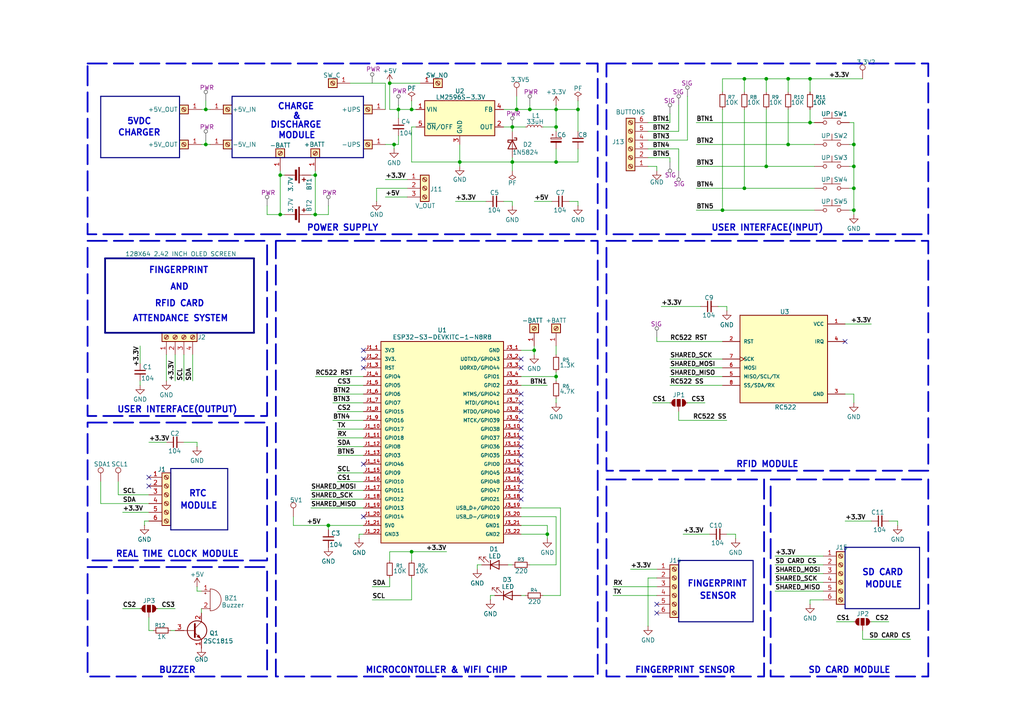
<source format=kicad_sch>
(kicad_sch (version 20250114) (generator "eeschema") (generator_version "9.0")
  (paper "A4")
  (text "SENSOR" (at 208.28 172.974 0) (effects (font (size 1.778 1.778) (thickness 0.3556) (bold yes))))
  (text "&" (at 86.106 33.782 0) (effects (font (size 1.778 1.778) (thickness 0.3556) (bold yes))))
  (text "CHARGE" (at 85.852 30.988 0) (effects (font (size 1.778 1.778) (thickness 0.3556) (bold yes))))
  (text "5VDC" (at 40.386 35.306 0) (effects (font (size 1.778 1.778) (thickness 0.3556) (bold yes))))
  (text "MODULE" (at 86.106 39.37 0) (effects (font (size 1.778 1.778) (thickness 0.3556) (bold yes))))
  (text "FINGERPRINT" (at 208.026 169.418 0) (effects (font (size 1.778 1.778) (thickness 0.3556) (bold yes))))
  (text "AND" (at 52.07 83.312 0) (effects (font (size 1.778 1.778) (thickness 0.3556) (bold yes))))
  (text "ATTENDANCE SYSTEM" (at 52.324 92.456 0) (effects (font (size 1.778 1.778) (thickness 0.3556) (bold yes))))
  (text "SD CARD" (at 256.032 166.116 0) (effects (font (size 1.778 1.778) (thickness 0.3556) (bold yes))))
  (text "FINGERPRINT" (at 51.816 78.486 0) (effects (font (size 1.778 1.778) (thickness 0.3556) (bold yes))))
  (text "CHARGER" (at 40.386 38.608 0) (effects (font (size 1.778 1.778) (thickness 0.3556) (bold yes))))
  (text "RTC" (at 57.404 143.256 0) (effects (font (size 1.778 1.778) (thickness 0.3556) (bold yes))))
  (text "DISCHARGE" (at 85.852 36.322 0) (effects (font (size 1.778 1.778) (thickness 0.3556) (bold yes))))
  (text "MODULE" (at 57.658 146.812 0) (effects (font (size 1.778 1.778) (thickness 0.3556) (bold yes))))
  (text "MODULE" (at 256.286 169.672 0) (effects (font (size 1.778 1.778) (thickness 0.3556) (bold yes))))
  (text "RFID CARD" (at 52.07 88.138 0) (effects (font (size 1.778 1.778) (thickness 0.3556) (bold yes))))
  (text_box "BUZZER" (at 25.4 164.465 0) (size 52.07 31.75) (margins 0.9525 0.9525 0.9525 0.9525) (stroke (width 0.508) (type dash)) (effects (font (size 1.778 1.778) (thickness 0.3556) (bold yes)) (justify bottom)))
  (text_box "USER INTERFACE(OUTPUT)" (at 25.4 69.85 0) (size 52.07 50.8) (margins 0.9525 0.9525 0.9525 0.9525) (stroke (width 0.508) (type dash)) (effects (font (size 1.778 1.778) (thickness 0.3556) (bold yes)) (justify bottom)))
  (text_box "SD CARD MODULE" (at 223.52 139.065 0) (size 45.72 57.15) (margins 0.9525 0.9525 0.9525 0.9525) (stroke (width 0.508) (type dash)) (effects (font (size 1.778 1.778) (thickness 0.3556) (bold yes)) (justify bottom)))
  (text_box "POWER SUPPLY" (at 25.4 18.415 0) (size 147.955 49.53) (margins 0.9525 0.9525 0.9525 0.9525) (stroke (width 0.508) (type dash)) (effects (font (size 1.778 1.778) (thickness 0.3556) (bold yes)) (justify bottom)))
  (text_box "FINGERPRINT SENSOR" (at 175.895 139.065 0) (size 45.72 57.15) (margins 0.9525 0.9525 0.9525 0.9525) (stroke (width 0.508) (type dash)) (effects (font (size 1.778 1.778) (thickness 0.3556) (bold yes)) (justify bottom)))
  (text_box "RFID MODULE" (at 175.895 69.85 0) (size 93.345 66.675) (margins 0.9525 0.9525 0.9525 0.9525) (stroke (width 0.508) (type dash)) (effects (font (size 1.778 1.778) (thickness 0.3556) (bold yes)) (justify bottom)))
  (text_box "REAL TIME CLOCK MODULE" (at 25.4 122.555 0) (size 52.07 40.005) (margins 0.9525 0.9525 0.9525 0.9525) (stroke (width 0.508) (type dash)) (effects (font (size 1.778 1.778) (thickness 0.3556) (bold yes)) (justify bottom)))
  (text_box "USER INTERFACE(INPUT)" (at 175.895 18.415 0) (size 93.345 49.53) (margins 0.9525 0.9525 0.9525 0.9525) (stroke (width 0.508) (type dash)) (effects (font (size 1.778 1.778) (thickness 0.3556) (bold yes)) (justify bottom)))
  (text_box "MICROCONTOLLER & WIFI CHIP" (at 80.01 69.85 0) (size 93.345 126.365) (margins 0.9525 0.9525 0.9525 0.9525) (stroke (width 0.508) (type dash)) (effects (font (size 1.778 1.778) (thickness 0.3556) (bold yes)) (justify bottom)))
  (junction (at 149.86 31.75))
  (junction (at 209.55 60.96))
  (junction (at 228.6 22.86))
  (junction (at 59.69 31.75))
  (junction (at 148.59 36.83))
  (junction (at 119.38 160.02))
  (junction (at 91.44 50.8))
  (junction (at 222.25 22.86))
  (junction (at 115.57 31.75))
  (junction (at 113.03 24.13))
  (junction (at 247.65 41.91))
  (junction (at 167.64 31.75))
  (junction (at 161.29 109.22))
  (junction (at 148.59 46.99))
  (junction (at 59.69 41.91))
  (junction (at 154.94 101.6))
  (junction (at 153.67 31.75))
  (junction (at 95.25 152.4))
  (junction (at 215.9 54.61))
  (junction (at 133.35 46.99))
  (junction (at 114.3 41.91))
  (junction (at 215.9 22.86))
  (junction (at 161.29 36.83))
  (junction (at 81.28 50.8))
  (junction (at 161.29 31.75))
  (junction (at 247.65 48.26))
  (junction (at 81.28 62.23))
  (junction (at 247.65 54.61))
  (junction (at 158.75 154.94))
  (junction (at 222.25 48.26))
  (junction (at 234.95 35.56))
  (junction (at 234.95 22.86))
  (junction (at 161.29 46.99))
  (junction (at 228.6 41.91))
  (junction (at 91.44 62.23))
  (junction (at 119.38 31.75))
  (junction (at 247.65 60.96))
  (no_connect (at 105.41 101.6))
  (no_connect (at 151.13 119.38))
  (no_connect (at 151.13 139.7))
  (no_connect (at 151.13 132.08))
  (no_connect (at 105.41 134.62))
  (no_connect (at 151.13 124.46))
  (no_connect (at 43.18 140.97))
  (no_connect (at 151.13 142.24))
  (no_connect (at 151.13 104.14))
  (no_connect (at 151.13 134.62))
  (no_connect (at 151.13 144.78))
  (no_connect (at 105.41 106.68))
  (no_connect (at 151.13 106.68))
  (no_connect (at 43.18 138.43))
  (no_connect (at 151.13 121.92))
  (no_connect (at 105.41 104.14))
  (no_connect (at 151.13 129.54))
  (no_connect (at 151.13 116.84))
  (no_connect (at 190.5 175.26))
  (no_connect (at 190.5 177.8))
  (no_connect (at 151.13 114.3))
  (no_connect (at 245.11 99.06))
  (no_connect (at 105.41 149.86))
  (no_connect (at 151.13 137.16))
  (no_connect (at 151.13 127))
  (wire (pts (xy 59.69 40.64) (xy 59.69 41.91)))
  (wire (pts (xy 210.82 154.94) (xy 213.36 154.94)))
  (wire (pts (xy 194.31 111.76) (xy 209.55 111.76)))
  (wire (pts (xy 190.5 48.26) (xy 190.5 49.53)))
  (wire (pts (xy 85.09 152.4) (xy 95.25 152.4)))
  (wire (pts (xy 247.65 62.23) (xy 247.65 60.96)))
  (wire (pts (xy 146.05 31.75) (xy 149.86 31.75)))
  (bus (pts (xy 49.53 153.67) (xy 66.04 153.67)))
  (wire (pts (xy 247.65 116.84) (xy 247.65 114.3)))
  (wire (pts (xy 194.31 106.68) (xy 209.55 106.68)))
  (wire (pts (xy 81.28 49.53) (xy 81.28 50.8)))
  (wire (pts (xy 194.31 45.72) (xy 194.31 46.99)))
  (wire (pts (xy 187.96 167.64) (xy 190.5 167.64)))
  (bus (pts (xy 245.11 158.75) (xy 266.7 158.75)))
  (wire (pts (xy 196.85 119.38) (xy 196.85 121.92)))
  (wire (pts (xy 109.22 54.61) (xy 118.11 54.61)))
  (wire (pts (xy 187.96 43.18) (xy 196.85 43.18)))
  (wire (pts (xy 177.8 172.72) (xy 190.5 172.72)))
  (wire (pts (xy 191.77 88.9) (xy 203.2 88.9)))
  (wire (pts (xy 264.16 185.42) (xy 250.19 185.42)))
  (wire (pts (xy 97.79 139.7) (xy 105.41 139.7)))
  (wire (pts (xy 177.8 170.18) (xy 190.5 170.18)))
  (wire (pts (xy 224.79 163.83) (xy 238.76 163.83)))
  (wire (pts (xy 58.42 176.53) (xy 58.42 177.8)))
  (wire (pts (xy 222.25 48.26) (xy 236.22 48.26)))
  (wire (pts (xy 91.44 49.53) (xy 91.44 50.8)))
  (wire (pts (xy 97.79 137.16) (xy 105.41 137.16)))
  (bus (pts (xy 30.48 74.93) (xy 73.66 74.93)) (stroke (width 0.508)))
  (wire (pts (xy 34.29 143.51) (xy 43.18 143.51)))
  (wire (pts (xy 97.79 124.46) (xy 105.41 124.46)))
  (bus (pts (xy 196.85 162.56) (xy 196.85 180.34)))
  (wire (pts (xy 119.38 160.02) (xy 129.54 160.02)))
  (wire (pts (xy 182.88 165.1) (xy 190.5 165.1)))
  (wire (pts (xy 43.18 179.07) (xy 43.18 182.88)))
  (wire (pts (xy 210.82 88.9) (xy 210.82 90.17)))
  (wire (pts (xy 57.15 171.45) (xy 58.42 171.45)))
  (wire (pts (xy 247.65 48.26) (xy 247.65 54.61)))
  (wire (pts (xy 119.38 46.99) (xy 133.35 46.99)))
  (wire (pts (xy 245.11 151.13) (xy 252.73 151.13)))
  (bus (pts (xy 196.85 162.56) (xy 218.44 162.56)))
  (wire (pts (xy 111.76 57.15) (xy 118.11 57.15)))
  (wire (pts (xy 107.95 173.99) (xy 119.38 173.99)))
  (bus (pts (xy 73.66 96.52) (xy 30.48 96.52)) (stroke (width 0.508)))
  (wire (pts (xy 113.03 160.02) (xy 119.38 160.02)))
  (wire (pts (xy 59.69 31.75) (xy 60.96 31.75)))
  (wire (pts (xy 196.85 30.48) (xy 196.85 38.1)))
  (wire (pts (xy 81.28 62.23) (xy 82.55 62.23)))
  (wire (pts (xy 149.86 31.75) (xy 153.67 31.75)))
  (wire (pts (xy 115.57 31.75) (xy 115.57 34.29)))
  (bus (pts (xy 30.48 74.93) (xy 30.48 96.52)) (stroke (width 0.508)))
  (wire (pts (xy 119.38 31.75) (xy 120.65 31.75)))
  (wire (pts (xy 187.96 48.26) (xy 190.5 48.26)))
  (wire (pts (xy 148.59 46.99) (xy 161.29 46.99)))
  (wire (pts (xy 228.6 22.86) (xy 234.95 22.86)))
  (wire (pts (xy 201.93 54.61) (xy 215.9 54.61)))
  (wire (pts (xy 189.23 116.84) (xy 194.31 116.84)))
  (wire (pts (xy 222.25 31.75) (xy 222.25 48.26)))
  (wire (pts (xy 213.36 154.94) (xy 213.36 156.21)))
  (wire (pts (xy 151.13 101.6) (xy 154.94 101.6)))
  (wire (pts (xy 115.57 39.37) (xy 115.57 41.91)))
  (wire (pts (xy 34.29 139.7) (xy 34.29 143.51)))
  (wire (pts (xy 158.75 154.94) (xy 158.75 152.4)))
  (wire (pts (xy 209.55 22.86) (xy 215.9 22.86)))
  (wire (pts (xy 29.21 146.05) (xy 43.18 146.05)))
  (wire (pts (xy 96.52 121.92) (xy 105.41 121.92)))
  (bus (pts (xy 105.41 45.72) (xy 67.31 45.72)))
  (wire (pts (xy 148.59 36.83) (xy 152.4 36.83)))
  (wire (pts (xy 115.57 30.48) (xy 115.57 31.75)))
  (wire (pts (xy 157.48 172.72) (xy 162.56 172.72)))
  (wire (pts (xy 40.64 110.49) (xy 40.64 111.76)))
  (bus (pts (xy 29.21 27.94) (xy 29.21 45.72)))
  (wire (pts (xy 104.14 154.94) (xy 105.41 154.94)))
  (wire (pts (xy 247.65 54.61) (xy 247.65 60.96)))
  (wire (pts (xy 48.26 102.87) (xy 48.26 110.49)))
  (wire (pts (xy 41.91 152.4) (xy 41.91 151.13)))
  (wire (pts (xy 95.25 153.67) (xy 95.25 152.4)))
  (wire (pts (xy 224.79 168.91) (xy 238.76 168.91)))
  (wire (pts (xy 246.38 48.26) (xy 247.65 48.26)))
  (bus (pts (xy 66.04 135.89) (xy 66.04 153.67)))
  (wire (pts (xy 111.76 52.07) (xy 118.11 52.07)))
  (wire (pts (xy 35.56 176.53) (xy 40.64 176.53)))
  (bus (pts (xy 49.53 135.89) (xy 66.04 135.89)))
  (wire (pts (xy 97.79 129.54) (xy 105.41 129.54)))
  (wire (pts (xy 228.6 22.86) (xy 228.6 26.67)))
  (wire (pts (xy 234.95 175.26) (xy 234.95 173.99)))
  (wire (pts (xy 246.38 41.91) (xy 247.65 41.91)))
  (wire (pts (xy 161.29 115.57) (xy 161.29 116.84)))
  (wire (pts (xy 142.24 173.99) (xy 142.24 172.72)))
  (wire (pts (xy 146.05 36.83) (xy 148.59 36.83)))
  (wire (pts (xy 151.13 111.76) (xy 158.75 111.76)))
  (wire (pts (xy 161.29 30.48) (xy 161.29 31.75)))
  (wire (pts (xy 209.55 31.75) (xy 209.55 60.96)))
  (wire (pts (xy 247.65 35.56) (xy 247.65 41.91)))
  (wire (pts (xy 96.52 114.3) (xy 105.41 114.3)))
  (wire (pts (xy 50.8 102.87) (xy 50.8 110.49)))
  (wire (pts (xy 148.59 46.99) (xy 148.59 45.72)))
  (wire (pts (xy 57.15 170.18) (xy 57.15 171.45)))
  (wire (pts (xy 162.56 147.32) (xy 151.13 147.32)))
  (wire (pts (xy 224.79 171.45) (xy 238.76 171.45)))
  (wire (pts (xy 210.82 121.92) (xy 196.85 121.92)))
  (bus (pts (xy 245.11 158.75) (xy 245.11 176.53)))
  (wire (pts (xy 57.15 129.54) (xy 57.15 128.27)))
  (wire (pts (xy 90.17 142.24) (xy 105.41 142.24)))
  (wire (pts (xy 97.79 132.08) (xy 105.41 132.08)))
  (wire (pts (xy 153.67 30.48) (xy 153.67 31.75)))
  (wire (pts (xy 215.9 31.75) (xy 215.9 54.61)))
  (wire (pts (xy 77.47 62.23) (xy 81.28 62.23)))
  (wire (pts (xy 209.55 26.67) (xy 209.55 22.86)))
  (wire (pts (xy 151.13 154.94) (xy 158.75 154.94)))
  (wire (pts (xy 234.95 22.86) (xy 234.95 26.67)))
  (wire (pts (xy 111.76 41.91) (xy 114.3 41.91)))
  (wire (pts (xy 247.65 41.91) (xy 247.65 48.26)))
  (wire (pts (xy 162.56 172.72) (xy 162.56 147.32)))
  (wire (pts (xy 167.64 38.1) (xy 167.64 31.75)))
  (wire (pts (xy 107.95 170.18) (xy 113.03 170.18)))
  (bus (pts (xy 218.44 162.56) (xy 218.44 180.34)))
  (wire (pts (xy 161.29 31.75) (xy 161.29 36.83)))
  (wire (pts (xy 90.17 62.23) (xy 91.44 62.23)))
  (wire (pts (xy 198.12 154.94) (xy 205.74 154.94)))
  (wire (pts (xy 133.35 46.99) (xy 133.35 48.26)))
  (wire (pts (xy 138.43 163.83) (xy 139.7 163.83)))
  (wire (pts (xy 97.79 111.76) (xy 105.41 111.76)))
  (wire (pts (xy 59.69 41.91) (xy 60.96 41.91)))
  (wire (pts (xy 115.57 31.75) (xy 119.38 31.75)))
  (wire (pts (xy 81.28 50.8) (xy 81.28 62.23)))
  (wire (pts (xy 152.4 172.72) (xy 151.13 172.72)))
  (wire (pts (xy 154.94 58.42) (xy 160.02 58.42)))
  (wire (pts (xy 148.59 163.83) (xy 147.32 163.83)))
  (wire (pts (xy 222.25 22.86) (xy 222.25 26.67)))
  (wire (pts (xy 187.96 38.1) (xy 196.85 38.1)))
  (wire (pts (xy 113.03 31.75) (xy 115.57 31.75)))
  (wire (pts (xy 41.91 151.13) (xy 43.18 151.13)))
  (bus (pts (xy 67.31 27.94) (xy 105.41 27.94)))
  (wire (pts (xy 228.6 31.75) (xy 228.6 41.91)))
  (wire (pts (xy 165.1 58.42) (xy 167.64 58.42)))
  (wire (pts (xy 82.55 50.8) (xy 81.28 50.8)))
  (wire (pts (xy 55.88 102.87) (xy 55.88 110.49)))
  (wire (pts (xy 104.14 156.21) (xy 104.14 154.94)))
  (wire (pts (xy 161.29 109.22) (xy 161.29 107.95)))
  (wire (pts (xy 115.57 41.91) (xy 114.3 41.91)))
  (wire (pts (xy 201.93 60.96) (xy 209.55 60.96)))
  (wire (pts (xy 151.13 109.22) (xy 161.29 109.22)))
  (bus (pts (xy 29.21 27.94) (xy 52.07 27.94)))
  (wire (pts (xy 97.79 119.38) (xy 105.41 119.38)))
  (wire (pts (xy 153.67 163.83) (xy 161.29 163.83)))
  (wire (pts (xy 97.79 127) (xy 105.41 127)))
  (bus (pts (xy 67.31 27.94) (xy 67.31 45.72)))
  (wire (pts (xy 113.03 162.56) (xy 113.03 160.02)))
  (bus (pts (xy 266.7 176.53) (xy 245.11 176.53)))
  (wire (pts (xy 228.6 41.91) (xy 236.22 41.91)))
  (wire (pts (xy 215.9 22.86) (xy 215.9 26.67)))
  (wire (pts (xy 57.15 128.27) (xy 53.34 128.27)))
  (wire (pts (xy 199.39 27.94) (xy 199.39 40.64)))
  (wire (pts (xy 90.17 144.78) (xy 105.41 144.78)))
  (wire (pts (xy 245.11 93.98) (xy 252.73 93.98)))
  (wire (pts (xy 250.19 182.88) (xy 250.19 185.42)))
  (wire (pts (xy 187.96 181.61) (xy 187.96 167.64)))
  (wire (pts (xy 257.81 151.13) (xy 260.35 151.13)))
  (wire (pts (xy 234.95 22.86) (xy 250.19 22.86)))
  (wire (pts (xy 187.96 45.72) (xy 194.31 45.72)))
  (wire (pts (xy 242.57 180.34) (xy 247.65 180.34)))
  (wire (pts (xy 113.03 167.64) (xy 113.03 170.18)))
  (wire (pts (xy 96.52 116.84) (xy 105.41 116.84)))
  (wire (pts (xy 119.38 36.83) (xy 120.65 36.83)))
  (wire (pts (xy 247.65 60.96) (xy 246.38 60.96)))
  (wire (pts (xy 119.38 167.64) (xy 119.38 173.99)))
  (wire (pts (xy 201.93 35.56) (xy 234.95 35.56)))
  (wire (pts (xy 153.67 31.75) (xy 161.29 31.75)))
  (wire (pts (xy 201.93 41.91) (xy 228.6 41.91)))
  (wire (pts (xy 246.38 35.56) (xy 247.65 35.56)))
  (wire (pts (xy 161.29 109.22) (xy 161.29 110.49)))
  (wire (pts (xy 85.09 149.86) (xy 85.09 152.4)))
  (wire (pts (xy 40.64 100.33) (xy 40.64 105.41)))
  (wire (pts (xy 58.42 31.75) (xy 59.69 31.75)))
  (wire (pts (xy 114.3 41.91) (xy 114.3 43.18)))
  (wire (pts (xy 132.08 58.42) (xy 140.97 58.42)))
  (wire (pts (xy 148.59 36.83) (xy 148.59 38.1)))
  (wire (pts (xy 111.76 24.13) (xy 111.76 31.75)))
  (wire (pts (xy 161.29 100.33) (xy 161.29 102.87)))
  (wire (pts (xy 234.95 35.56) (xy 236.22 35.56)))
  (bus (pts (xy 266.7 158.75) (xy 266.7 176.53)))
  (wire (pts (xy 187.96 35.56) (xy 194.31 35.56)))
  (wire (pts (xy 43.18 182.88) (xy 44.45 182.88)))
  (wire (pts (xy 208.28 88.9) (xy 210.82 88.9)))
  (wire (pts (xy 215.9 54.61) (xy 236.22 54.61)))
  (wire (pts (xy 146.05 58.42) (xy 148.59 58.42)))
  (wire (pts (xy 224.79 161.29) (xy 238.76 161.29)))
  (wire (pts (xy 234.95 173.99) (xy 238.76 173.99)))
  (wire (pts (xy 247.65 114.3) (xy 245.11 114.3)))
  (wire (pts (xy 58.42 41.91) (xy 59.69 41.91)))
  (wire (pts (xy 167.64 58.42) (xy 167.64 59.69)))
  (wire (pts (xy 91.44 50.8) (xy 91.44 62.23)))
  (wire (pts (xy 161.29 149.86) (xy 151.13 149.86)))
  (wire (pts (xy 101.6 24.13) (xy 111.76 24.13)))
  (wire (pts (xy 190.5 99.06) (xy 209.55 99.06)))
  (wire (pts (xy 154.94 102.87) (xy 154.94 101.6)))
  (wire (pts (xy 109.22 54.61) (xy 109.22 58.42)))
  (wire (pts (xy 148.59 46.99) (xy 148.59 49.53)))
  (wire (pts (xy 161.29 163.83) (xy 161.29 149.86)))
  (wire (pts (xy 59.69 29.21) (xy 59.69 31.75)))
  (wire (pts (xy 199.39 116.84) (xy 204.47 116.84)))
  (wire (pts (xy 90.17 50.8) (xy 91.44 50.8)))
  (bus (pts (xy 52.07 27.94) (xy 52.07 45.72)))
  (wire (pts (xy 95.25 59.69) (xy 95.25 62.23)))
  (wire (pts (xy 77.47 59.69) (xy 77.47 62.23)))
  (wire (pts (xy 35.56 148.59) (xy 43.18 148.59)))
  (wire (pts (xy 224.79 166.37) (xy 238.76 166.37)))
  (wire (pts (xy 91.44 109.22) (xy 105.41 109.22)))
  (bus (pts (xy 49.53 135.89) (xy 49.53 153.67)))
  (wire (pts (xy 29.21 139.7) (xy 29.21 146.05)))
  (wire (pts (xy 149.86 27.94) (xy 149.86 31.75)))
  (wire (pts (xy 222.25 22.86) (xy 228.6 22.86)))
  (wire (pts (xy 90.17 147.32) (xy 105.41 147.32)))
  (bus (pts (xy 52.07 45.72) (xy 29.21 45.72)))
  (wire (pts (xy 119.38 160.02) (xy 119.38 162.56)))
  (wire (pts (xy 158.75 156.21) (xy 158.75 154.94)))
  (wire (pts (xy 215.9 22.86) (xy 222.25 22.86)))
  (wire (pts (xy 119.38 36.83) (xy 119.38 46.99)))
  (bus (pts (xy 105.41 27.94) (xy 105.41 45.72)))
  (bus (pts (xy 73.66 74.93) (xy 73.66 96.52)) (stroke (width 0.508)))
  (wire (pts (xy 260.35 151.13) (xy 260.35 152.4)))
  (wire (pts (xy 167.64 31.75) (xy 161.29 31.75)))
  (wire (pts (xy 161.29 36.83) (xy 161.29 38.1)))
  (wire (pts (xy 154.94 100.33) (xy 154.94 101.6)))
  (wire (pts (xy 246.38 54.61) (xy 247.65 54.61)))
  (wire (pts (xy 167.64 29.21) (xy 167.64 31.75)))
  (wire (pts (xy 138.43 165.1) (xy 138.43 163.83)))
  (wire (pts (xy 201.93 48.26) (xy 222.25 48.26)))
  (wire (pts (xy 148.59 58.42) (xy 148.59 59.69)))
  (wire (pts (xy 190.5 97.79) (xy 190.5 99.06)))
  (wire (pts (xy 161.29 43.18) (xy 161.29 46.99)))
  (wire (pts (xy 187.96 40.64) (xy 199.39 40.64)))
  (wire (pts (xy 133.35 46.99) (xy 148.59 46.99)))
  (wire (pts (xy 234.95 31.75) (xy 234.95 35.56)))
  (wire (pts (xy 45.72 176.53) (xy 50.8 176.53)))
  (wire (pts (xy 119.38 29.21) (xy 119.38 31.75)))
  (wire (pts (xy 167.64 43.18) (xy 167.64 46.99)))
  (wire (pts (xy 196.85 43.18) (xy 196.85 49.53)))
  (wire (pts (xy 209.55 60.96) (xy 236.22 60.96)))
  (wire (pts (xy 151.13 152.4) (xy 158.75 152.4)))
  (wire (pts (xy 95.25 152.4) (xy 105.41 152.4)))
  (wire (pts (xy 167.64 46.99) (xy 161.29 46.99)))
  (wire (pts (xy 133.35 41.91) (xy 133.35 46.99)))
  (wire (pts (xy 49.53 182.88) (xy 50.8 182.88)))
  (wire (pts (xy 194.31 33.02) (xy 194.31 35.56)))
  (bus (pts (xy 218.44 180.34) (xy 196.85 180.34)))
  (wire (pts (xy 157.48 36.83) (xy 161.29 36.83)))
  (wire (pts (xy 142.24 172.72) (xy 143.51 172.72)))
  (wire (pts (xy 194.31 104.14) (xy 209.55 104.14)))
  (wire (pts (xy 43.18 128.27) (xy 48.26 128.27)))
  (wire (pts (xy 252.73 180.34) (xy 257.81 180.34)))
  (wire (pts (xy 53.34 102.87) (xy 53.34 110.49)))
  (wire (pts (xy 113.03 24.13) (xy 113.03 31.75)))
  (wire (pts (xy 113.03 24.13) (xy 121.92 24.13)))
  (wire (pts (xy 194.31 109.22) (xy 209.55 109.22)))
  (wire (pts (xy 95.25 62.23) (xy 91.44 62.23)))
  (label "CS1" (at 242.57 180.34 0) (effects (font (thickness 0.254) (bold yes))))
  (label "BTN2" (at 96.52 114.3 0) (effects (font (thickness 0.254) (bold yes))))
  (label "+3.3V" (at 132.08 58.42 0) (effects (font (thickness 0.254) (bold yes))))
  (label "+3.3V" (at 50.8 110.49 90) (effects (font (thickness 0.254) (bold yes))))
  (label "CS2" (at 35.56 176.53 0) (effects (font (thickness 0.254) (bold yes))))
  (label "BTN1" (at 158.75 111.76 180) (effects (font (thickness 0.254) (bold yes))))
  (label "CS1" (at 97.79 139.7 0) (effects (font (thickness 0.254) (bold yes))))
  (label "+3.3V" (at 111.76 52.07 0) (effects (font (thickness 0.254) (bold yes))))
  (label "BTN1" (at 201.93 35.56 0) (effects (font (thickness 0.254) (bold yes))))
  (label "+3.3V" (at 43.18 128.27 0) (effects (font (thickness 0.254) (bold yes))))
  (label "SDA" (at 55.88 110.49 90) (effects (font (thickness 0.254) (bold yes))))
  (label "SHARED_MISO" (at 194.31 109.22 0) (effects (font (thickness 0.254) (bold yes))))
  (label "BTN3" (at 194.31 40.64 180) (effects (font (thickness 0.254) (bold yes))))
  (label "SHARED_SCK" (at 194.31 104.14 0) (effects (font (thickness 0.254) (bold yes))))
  (label "CS3" (at 204.47 116.84 180) (effects (font (thickness 0.254) (bold yes))))
  (label "SDA" (at 97.79 129.54 0) (effects (font (thickness 0.254) (bold yes))))
  (label "+5V" (at 88.9 152.4 0) (effects (font (thickness 0.254) (bold yes))))
  (label "TX" (at 177.8 172.72 0) (effects (font (thickness 0.254) (bold yes))))
  (label "TX" (at 97.79 124.46 0) (effects (font (thickness 0.254) (bold yes))))
  (label "CS2" (at 257.81 180.34 180) (effects (font (thickness 0.254) (bold yes))))
  (label "+3.3V" (at 245.11 151.13 0) (effects (font (thickness 0.254) (bold yes))))
  (label "SCL" (at 53.34 110.49 90) (effects (font (thickness 0.254) (bold yes))))
  (label "CS2" (at 97.79 119.38 0) (effects (font (thickness 0.254) (bold yes))))
  (label "+5V" (at 111.76 57.15 0) (effects (font (thickness 0.254) (bold yes))))
  (label "SDA" (at 107.95 170.18 0) (effects (font (thickness 0.254) (bold yes))))
  (label "CS3" (at 97.79 111.76 0) (effects (font (thickness 0.254) (bold yes))))
  (label "RX" (at 97.79 127 0) (effects (font (thickness 0.254) (bold yes))))
  (label "RC522 RST" (at 91.44 109.22 0) (effects (font (thickness 0.254) (bold yes))))
  (label "SD CARD CS" (at 264.16 185.42 180) (effects (font (thickness 0.254) (bold yes))))
  (label "+3.3V" (at 252.73 93.98 180) (effects (font (thickness 0.254) (bold yes))))
  (label "RX" (at 177.8 170.18 0) (effects (font (thickness 0.254) (bold yes))))
  (label "SHARED_MOSI" (at 194.31 106.68 0) (effects (font (thickness 0.254) (bold yes))))
  (label "BTN5" (at 97.79 132.08 0) (effects (font (thickness 0.254) (bold yes))))
  (label "BTN4" (at 194.31 43.18 180) (effects (font (thickness 0.254) (bold yes))))
  (label "+3.3V" (at 129.54 160.02 180) (effects (font (thickness 0.254) (bold yes))))
  (label "SHARED_SCK" (at 90.17 144.78 0) (effects (font (thickness 0.254) (bold yes))))
  (label "BTN1" (at 194.31 35.56 180) (effects (font (thickness 0.254) (bold yes))))
  (label "RC522 SS" (at 194.31 111.76 0) (effects (font (thickness 0.254) (bold yes))))
  (label "SHARED_MOSI" (at 90.17 142.24 0) (effects (font (thickness 0.254) (bold yes))))
  (label "CS3" (at 50.8 176.53 180) (effects (font (thickness 0.254) (bold yes))))
  (label "RC522 SS" (at 210.82 121.92 180) (effects (font (thickness 0.254) (bold yes))))
  (label "+3.3V" (at 198.12 154.94 0) (effects (font (thickness 0.254) (bold yes))))
  (label "SD CARD CS" (at 224.79 163.83 0) (effects (font (thickness 0.254) (bold yes))))
  (label "RC522 RST" (at 194.31 99.06 0) (effects (font (thickness 0.254) (bold yes))))
  (label "+3.3V" (at 35.56 148.59 0) (effects (font (thickness 0.254) (bold yes))))
  (label "SHARED_MOSI" (at 224.79 166.37 0) (effects (font (thickness 0.254) (bold yes))))
  (label "BTN3" (at 201.93 48.26 0) (effects (font (thickness 0.254) (bold yes))))
  (label "+3.3V" (at 224.79 161.29 0) (effects (font (thickness 0.254) (bold yes))))
  (label "SCL" (at 35.56 143.51 0) (effects (font (thickness 0.254) (bold yes))))
  (label "+3.3V" (at 191.77 88.9 0) (effects (font (thickness 0.254) (bold yes))))
  (label "SCL" (at 97.79 137.16 0) (effects (font (thickness 0.254) (bold yes))))
  (label "BTN5" (at 201.93 60.96 0) (effects (font (thickness 0.254) (bold yes))))
  (label "BTN2" (at 194.31 38.1 180) (effects (font (thickness 0.254) (bold yes))))
  (label "BTN4" (at 96.52 121.92 0) (effects (font (thickness 0.254) (bold yes))))
  (label "SDA" (at 35.56 146.05 0) (effects (font (thickness 0.254) (bold yes))))
  (label "BTN4" (at 201.93 54.61 0) (effects (font (thickness 0.254) (bold yes))))
  (label "SHARED_SCK" (at 224.79 168.91 0) (effects (font (thickness 0.254) (bold yes))))
  (label "SCL" (at 107.95 173.99 0) (effects (font (thickness 0.254) (bold yes))))
  (label "+5V" (at 154.94 58.42 0) (effects (font (thickness 0.254) (bold yes))))
  (label "SHARED_MISO" (at 224.79 171.45 0) (effects (font (thickness 0.254) (bold yes))))
  (label "+3.3V" (at 182.88 165.1 0) (effects (font (thickness 0.254) (bold yes))))
  (label "+3.3V" (at 40.64 100.33 270) (effects (font (thickness 0.254) (bold yes))))
  (label "+3.3V" (at 246.38 22.86 180) (effects (font (thickness 0.254) (bold yes))))
  (label "BTN3" (at 96.52 116.84 0) (effects (font (thickness 0.254) (bold yes))))
  (label "SHARED_MISO" (at 90.17 147.32 0) (effects (font (thickness 0.254) (bold yes))))
  (label "BTN5" (at 194.31 45.72 180) (effects (font (thickness 0.254) (bold yes))))
  (label "CS1" (at 189.23 116.84 0) (effects (font (thickness 0.254) (bold yes))))
  (label "BTN2" (at 201.93 41.91 0) (effects (font (thickness 0.254) (bold yes))))
  (netclass_flag "" (length 2.54) (shape round) (at 153.67 30.48 0) (property "Netclass" "PWR" (at 151.892 26.67 0) (effects (justify left))))
  (netclass_flag "" (length 2.54) (shape round) (at 199.39 27.94 0) (property "Netclass" "SIG" (at 197.612 24.13 0) (effects (justify left))))
  (netclass_flag "" (length 2.54) (shape round) (at 196.85 49.53 180) (property "Netclass" "SIG" (at 198.628 53.34 0) (effects (justify right))))
  (netclass_flag "" (length 2.54) (shape round) (at 148.59 36.83 0) (property "Netclass" "PWR" (at 146.812 33.02 0) (effects (justify left))))
  (netclass_flag "" (length 2.54) (shape round) (at 107.95 24.13 0) (property "Netclass" "PWR" (at 106.172 20.066 0) (effects (justify left))))
  (netclass_flag "" (length 2.54) (shape round) (at 59.69 40.64 0) (property "Netclass" "PWR" (at 57.912 36.83 0) (effects (justify left))))
  (netclass_flag "" (length 2.54) (shape round) (at 95.25 59.69 0) (property "Netclass" "PWR" (at 93.472 55.88 0) (effects (justify left))))
  (netclass_flag "" (length 2.54) (shape round) (at 194.31 46.99 180) (property "Netclass" "SIG" (at 196.088 50.8 0) (effects (justify right))))
  (netclass_flag "" (length 2.54) (shape round) (at 59.69 29.21 0) (property "Netclass" "PWR" (at 57.912 25.4 0) (effects (justify left))))
  (netclass_flag "" (length 2.54) (shape round) (at 115.57 30.48 0) (property "Netclass" "PWR" (at 113.792 26.416 0) (effects (justify left))))
  (netclass_flag "" (length 2.54) (shape round) (at 77.47 59.69 0) (property "Netclass" "PWR" (at 75.692 55.88 0) (effects (justify left))))
  (netclass_flag "" (length 2.54) (shape round) (at 194.31 33.02 0) (property "Netclass" "SIG" (at 192.532 29.21 0) (effects (justify left))))
  (netclass_flag "" (length 2.54) (shape round) (at 196.85 30.48 0) (property "Netclass" "SIG" (at 195.072 26.67 0) (effects (justify left))))
  (netclass_flag "" (length 2.54) (shape round) (at 190.5 97.79 0) (property "Netclass" "SIG" (at 188.722 93.98 0) (effects (justify left))))
  (symbol (lib_id "power:GND") (at 41.91 152.4 0) (unit 1)
    (property "Reference" "#PWR02" (effects (hide yes)))
    (property "Value" "GND" (at 41.91 156.464 0))
    (property "Description" "Power symbol creates a global label with name \"GND\" , ground" (effects (hide yes)))
  )
  (symbol (lib_id "Device:Buzzer") (at 60.96 173.99 0) (unit 1)
    (property "Reference" "BZ1" (at 65.024 173.482 0) (effects (justify left)))
    (property "Value" "Buzzer" (at 64.262 175.514 0) (effects (justify left)))
    (property "Footprint" "Buzzer_Beeper:Buzzer_12x9.5RM7.6" (effects (hide yes)))
    (property "Description" "Buzzer, polarized" (effects (hide yes)))
  )
  (symbol (lib_id "power:GND") (at 154.94 102.87 0) (unit 1)
    (property "Reference" "#PWR014" (effects (hide yes)))
    (property "Value" "GND" (at 154.94 106.934 0))
    (property "Description" "Power symbol creates a global label with name \"GND\" , ground" (effects (hide yes)))
  )
  (symbol (lib_id "power:GND") (at 57.15 129.54 0) (unit 1)
    (property "Reference" "#PWR04" (effects (hide yes)))
    (property "Value" "GND" (at 57.15 133.604 0))
    (property "Description" "Power symbol creates a global label with name \"GND\" , ground" (effects (hide yes)))
  )
  (symbol (lib_id "Regulator_Switching:LM2596S-5") (at 133.35 34.29 0) (unit 1)
    (property "Reference" "U2" (at 133.35 26.416 0))
    (property "Value" "LM2596S-3.3V" (at 133.604 28.194 0))
    (property "Footprint" "Package_TO_SOT_SMD:TO-263-5_TabPin3" (effects (hide yes)))
    (property "Datasheet" "http://www.ti.com/lit/ds/symlink/lm2596.pdf" (effects (hide yes)))
    (property "Description" "5V 3A Step-Down Voltage Regulator, TO-263" (effects (hide yes)))
  )
  (symbol (lib_id "power:GND") (at 40.64 111.76 0) (unit 1)
    (property "Reference" "#PWR01" (effects (hide yes)))
    (property "Value" "GND" (at 40.64 115.824 0))
    (property "Description" "Power symbol creates a global label with name \"GND\" , ground" (effects (hide yes)))
  )
  (symbol (lib_id "Connector:Screw_Terminal_01x01") (at 154.94 95.25 90) (unit 1)
    (property "Reference" "J16" (effects (hide yes)))
    (property "Value" "-BATT" (at 154.432 92.964 90))
    (property "Footprint" "TestPoint:TestPoint_Pad_4.0x4.0mm" (effects (hide yes)))
    (property "Description" "Generic screw terminal, single row, 01x01, script generated (kicad-library-utils/schlib/autogen/connector/)" (effects (hide yes)))
  )
  (symbol (lib_id "power:GND") (at 148.59 59.69 0) (unit 1)
    (property "Reference" "#PWR013" (effects (hide yes)))
    (property "Value" "GND" (at 148.59 63.754 0))
    (property "Description" "Power symbol creates a global label with name \"GND\" , ground" (effects (hide yes)))
  )
  (symbol (lib_id "Device:R_Small") (at 119.38 165.1 0) (unit 1)
    (property "Reference" "R2" (at 121.158 164.084 0) (effects (font (size 1.016 1.016)) (justify left)))
    (property "Value" "10K" (at 120.396 165.608 0) (effects (justify left)))
    (property "Footprint" "Resistor_SMD:R_0805_2012Metric" (effects (hide yes)))
    (property "Description" "Resistor, small symbol" (effects (hide yes)))
  )
  (symbol (lib_id "Device:R_Small") (at 234.95 29.21 0) (unit 1)
    (property "Reference" "R11" (at 236.474 28.194 0) (effects (font (size 1.016 1.016)) (justify left)))
    (property "Value" "10K" (at 235.712 29.718 0) (effects (justify left)))
    (property "Footprint" "Resistor_SMD:R_0805_2012Metric" (effects (hide yes)))
    (property "Description" "Resistor, small symbol" (effects (hide yes)))
  )
  (symbol (lib_id "Device:C_Small") (at 162.56 58.42 90) (unit 1)
    (property "Reference" "C7" (at 163.83 55.88 90) (effects (justify left)))
    (property "Value" "104" (at 164.338 60.96 90) (effects (justify left)))
    (property "Footprint" "Capacitor_SMD:C_0805_2012Metric" (effects (hide yes)))
    (property "Description" "Unpolarized capacitor, small symbol" (effects (hide yes)))
  )
  (symbol (lib_id "power:GND") (at 234.95 175.26 0) (unit 1)
    (property "Reference" "#PWR023" (effects (hide yes)))
    (property "Value" "GND" (at 234.95 179.324 0))
    (property "Description" "Power symbol creates a global label with name \"GND\" , ground" (effects (hide yes)))
  )
  (symbol (lib_id "power:GND") (at 114.3 43.18 0) (unit 1)
    (property "Reference" "#PWR09" (effects (hide yes)))
    (property "Value" "GND" (at 114.3 47.244 0))
    (property "Description" "Power symbol creates a global label with name \"GND\" , ground" (effects (hide yes)))
  )
  (symbol (lib_id "Diode:1N5822") (at 148.59 41.91 270) (unit 1)
    (property "Reference" "D2" (at 151.638 41.91 90) (effects (justify left)))
    (property "Value" "1N5824" (at 148.59 44.196 90) (effects (justify left)))
    (property "Footprint" "Diode_SMD:D_2010_5025Metric" (effects (hide yes)))
    (property "Datasheet" "http://www.vishay.com/docs/88526/1n5820.pdf" (effects (hide yes)))
    (property "Description" "40V 3A Schottky Barrier Rectifier Diode, DO-201AD" (effects (hide yes)))
  )
  (symbol (lib_id "Switch:SW_Push") (at 241.3 41.91 0) (unit 1) (on_board no)
    (property "Reference" "SW2" (at 243.84 39.37 0))
    (property "Value" "UP" (at 239.522 39.37 0))
    (property "Description" "Push button switch, generic, two pins" (effects (hide yes)))
  )
  (symbol (lib_id "power:+5V") (at 57.15 170.18 0) (unit 1)
    (property "Reference" "#PWR027" (effects (hide yes)))
    (property "Value" "+5V" (at 57.15 166.624 0))
    (property "Description" "Power symbol creates a global label with name \"+5V\"" (effects (hide yes)))
  )
  (symbol (lib_id "Connector:Screw_Terminal_01x06") (at 195.58 170.18 0) (unit 1)
    (property "Reference" "J14" (at 194.056 162.56 0) (effects (justify left)))
    (property "Value" "AS608" (effects (hide yes)))
    (property "Footprint" "Connector_PinHeader_2.54mm:PinHeader_1x06_P2.54mm_Vertical" (effects (hide yes)))
    (property "Description" "Generic screw terminal, single row, 01x06, script generated (kicad-library-utils/schlib/autogen/connector/)" (effects (hide yes)))
  )
  (symbol (lib_id "Connector:Screw_Terminal_01x01") (at 66.04 31.75 0) (unit 1)
    (property "Reference" "J5" (effects (hide yes)))
    (property "Value" "+5V_IN" (at 70.866 31.75 0))
    (property "Footprint" "TestPoint:TestPoint_Pad_4.0x4.0mm" (effects (hide yes)))
    (property "Description" "Generic screw terminal, single row, 01x01, script generated (kicad-library-utils/schlib/autogen/connector/)" (effects (hide yes)))
  )
  (symbol (lib_id "Connector:TestPoint") (at 34.29 139.7 0) (unit 1)
    (property "Reference" "SCL1" (at 32.258 134.62 0) (effects (justify left)))
    (property "Value" "TestPoint" (effects (hide yes)))
    (property "Footprint" "TestPoint:TestPoint_Pad_D1.0mm" (effects (hide yes)))
    (property "Description" "test point" (effects (hide yes)))
  )
  (symbol (lib_id "Device:L_Small") (at 154.94 36.83 90) (unit 1)
    (property "Reference" "L1" (at 155.448 33.528 90))
    (property "Value" "33uH" (at 155.194 35.306 90))
    (property "Footprint" "Inductor_SMD:L_12x12mm_H4.5mm" (effects (hide yes)))
    (property "Description" "Inductor, small symbol" (effects (hide yes)))
  )
  (symbol (lib_id "PCM_SparkFun-Jumper:SolderJumper_3_Open") (at 250.19 180.34 0) (unit 1)
    (property "Reference" "JP2" (at 248.412 178.054 0) (effects (justify left)))
    (property "Footprint" "Jumper:SolderJumper-3_P1.3mm_Open_Pad1.0x1.5mm" (effects (hide yes)))
    (property "Description" "Solder Jumper, 3-pole, open" (effects (hide yes)))
  )
  (symbol (lib_id "power:GND") (at 247.65 62.23 0) (unit 1)
    (property "Reference" "#PWR024" (effects (hide yes)))
    (property "Value" "GND" (at 247.65 66.294 0))
    (property "Description" "Power symbol creates a global label with name \"GND\" , ground" (effects (hide yes)))
  )
  (symbol (lib_id "power:GND") (at 109.22 58.42 0) (unit 1)
    (property "Reference" "#PWR07" (effects (hide yes)))
    (property "Value" "GND" (at 109.22 62.23 0))
    (property "Description" "Power symbol creates a global label with name \"GND\" , ground" (effects (hide yes)))
  )
  (symbol (lib_id "Device:C_Small") (at 40.64 107.95 0) (unit 1)
    (property "Reference" "C1" (at 41.402 106.426 0) (effects (justify left)))
    (property "Value" "104" (at 40.894 109.728 0) (effects (justify left)))
    (property "Footprint" "Capacitor_SMD:C_0805_2012Metric" (effects (hide yes)))
    (property "Description" "Unpolarized capacitor, small symbol" (effects (hide yes)))
  )
  (symbol (lib_id "Connector:Screw_Terminal_01x01") (at 53.34 41.91 180) (unit 1)
    (property "Reference" "J4" (effects (hide yes)))
    (property "Value" "+5V_OUT" (at 47.244 41.91 0))
    (property "Footprint" "TestPoint:TestPoint_Pad_4.0x4.0mm" (effects (hide yes)))
    (property "Description" "Generic screw terminal, single row, 01x01, script generated (kicad-library-utils/schlib/autogen/connector/)" (effects (hide yes)))
  )
  (symbol (lib_id "Connector:TestPoint") (at 29.21 139.7 0) (unit 1)
    (property "Reference" "SDA1" (at 27.178 134.62 0) (effects (justify left)))
    (property "Value" "TestPoint" (effects (hide yes)))
    (property "Footprint" "TestPoint:TestPoint_Pad_D1.0mm" (effects (hide yes)))
    (property "Description" "test point" (effects (hide yes)))
  )
  (symbol (lib_id "power:GND") (at 161.29 116.84 0) (unit 1)
    (property "Reference" "#PWR017" (effects (hide yes)))
    (property "Value" "GND" (at 161.29 120.904 0))
    (property "Description" "Power symbol creates a global label with name \"GND\" , ground" (effects (hide yes)))
  )
  (symbol (lib_id "Connector:Screw_Terminal_01x06") (at 243.84 166.37 0) (unit 1)
    (property "Reference" "J15" (at 242.316 158.75 0) (effects (justify left)))
    (property "Value" "SD MODULE" (effects (hide yes)))
    (property "Footprint" "Connector_PinHeader_2.54mm:PinHeader_1x06_P2.54mm_Vertical" (effects (hide yes)))
    (property "Description" "Generic screw terminal, single row, 01x06, script generated (kicad-library-utils/schlib/autogen/connector/)" (effects (hide yes)))
  )
  (symbol (lib_id "Device:R_Small") (at 222.25 29.21 0) (unit 1)
    (property "Reference" "R9" (at 223.774 28.194 0) (effects (font (size 1.016 1.016)) (justify left)))
    (property "Value" "10K" (at 223.012 29.718 0) (effects (justify left)))
    (property "Footprint" "Resistor_SMD:R_0805_2012Metric" (effects (hide yes)))
    (property "Description" "Resistor, small symbol" (effects (hide yes)))
  )
  (symbol (lib_id "Device:R_Small") (at 151.13 163.83 90) (unit 1)
    (property "Reference" "R3" (at 152.146 162.306 90) (effects (font (size 1.016 1.016)) (justify left)))
    (property "Value" "220" (at 153.162 165.608 90) (effects (justify left)))
    (property "Footprint" "Resistor_SMD:R_0805_2012Metric" (effects (hide yes)))
    (property "Description" "Resistor, small symbol" (effects (hide yes)))
  )
  (symbol (lib_id "Device:C_Small") (at 167.64 40.64 0) (unit 1)
    (property "Reference" "C8" (at 167.64 39.116 0) (effects (justify left)))
    (property "Value" "104" (effects (hide yes)))
    (property "Footprint" "Capacitor_SMD:C_0805_2012Metric" (effects (hide yes)))
    (property "Description" "Unpolarized capacitor, small symbol" (effects (hide yes)))
  )
  (symbol (lib_id "Connector:Screw_Terminal_01x01") (at 53.34 31.75 180) (unit 1)
    (property "Reference" "J3" (effects (hide yes)))
    (property "Value" "+5V_OUT" (at 47.244 31.75 0))
    (property "Footprint" "TestPoint:TestPoint_Pad_4.0x4.0mm" (effects (hide yes)))
    (property "Description" "Generic screw terminal, single row, 01x01, script generated (kicad-library-utils/schlib/autogen/connector/)" (effects (hide yes)))
  )
  (symbol (lib_id "power:PWR_FLAG") (at 148.59 49.53 180) (unit 1)
    (property "Reference" "#FLG02" (effects (hide yes)))
    (property "Value" "PF" (at 148.59 53.086 0))
    (property "Description" "Special symbol for telling ERC where power comes from" (effects (hide yes)))
  )
  (symbol (lib_id "Device:C_Small") (at 255.27 151.13 90) (unit 1)
    (property "Reference" "C11" (at 256.54 148.59 90) (effects (justify left)))
    (property "Value" "104" (at 257.048 153.67 90) (effects (justify left)))
    (property "Footprint" "Capacitor_SMD:C_0805_2012Metric" (effects (hide yes)))
    (property "Description" "Unpolarized capacitor, small symbol" (effects (hide yes)))
  )
  (symbol (lib_id "power:GND") (at 58.42 187.96 0) (unit 1)
    (property "Reference" "#PWR028" (effects (hide yes)))
    (property "Value" "GND" (at 58.42 191.262 0))
    (property "Description" "Power symbol creates a global label with name \"GND\" , ground" (effects (hide yes)))
  )
  (symbol (lib_id "Device:Battery_Cell") (at 85.09 50.8 270) (unit 1) (on_board no)
    (property "Reference" "BT1" (at 89.662 51.562 0) (effects (justify left)))
    (property "Value" "3.7V" (at 84.328 51.308 0) (effects (justify left)))
    (property "Description" "Single-cell battery" (effects (hide yes)))
  )
  (symbol (lib_id "Connector:Screw_Terminal_01x01") (at 106.68 41.91 180) (unit 1)
    (property "Reference" "J10" (effects (hide yes)))
    (property "Value" "-UPS" (at 101.854 41.91 0))
    (property "Footprint" "TestPoint:TestPoint_Pad_4.0x4.0mm" (effects (hide yes)))
    (property "Description" "Generic screw terminal, single row, 01x01, script generated (kicad-library-utils/schlib/autogen/connector/)" (effects (hide yes)))
  )
  (symbol (lib_id "power:GND") (at 133.35 48.26 0) (unit 1)
    (property "Reference" "#PWR010" (effects (hide yes)))
    (property "Value" "GND" (at 133.35 52.07 0))
    (property "Description" "Power symbol creates a global label with name \"GND\" , ground" (effects (hide yes)))
  )
  (symbol (lib_id "power:GND") (at 158.75 156.21 0) (unit 1)
    (property "Reference" "#PWR015" (effects (hide yes)))
    (property "Value" "GND" (at 158.75 160.274 0))
    (property "Description" "Power symbol creates a global label with name \"GND\" , ground" (effects (hide yes)))
  )
  (symbol (lib_id "Connector:Screw_Terminal_01x06") (at 48.26 143.51 0) (unit 1)
    (property "Reference" "J1" (at 45.72 136.144 0) (effects (justify left)))
    (property "Value" "RTC" (effects (hide yes)))
    (property "Footprint" "Connector_PinSocket_2.54mm:PinSocket_1x06_P2.54mm_Vertical" (effects (hide yes)))
    (property "Description" "Generic screw terminal, single row, 01x06, script generated (kicad-library-utils/schlib/autogen/connector/)" (effects (hide yes)))
  )
  (symbol (lib_id "power:GND") (at 260.35 152.4 0) (unit 1)
    (property "Reference" "#PWR026" (effects (hide yes)))
    (property "Value" "GND" (at 260.35 156.464 0))
    (property "Description" "Power symbol creates a global label with name \"GND\" , ground" (effects (hide yes)))
  )
  (symbol (lib_id "Transistor_BJT:2SC1815") (at 55.88 182.88 0) (unit 1)
    (property "Reference" "Q1" (at 60.706 183.642 0) (effects (justify left)))
    (property "Value" "2SC1815" (at 58.928 185.928 0) (effects (justify left)))
    (property "Footprint" "Package_TO_SOT_THT:TO-92_Inline_Wide" (effects (hide yes)))
    (property "Datasheet" "https://media.digikey.com/pdf/Data%20Sheets/Toshiba%20PDFs/2SC1815.pdf" (effects (hide yes)))
    (property "Description" "0.15A Ic, 50V Vce, Low Noise Audio NPN Transistor, TO-92" (effects (hide yes)))
  )
  (symbol (lib_id "power:PWR_FLAG") (at 167.64 29.21 0) (unit 1)
    (property "Reference" "#FLG03" (effects (hide yes)))
    (property "Value" "PF" (at 167.64 25.654 0))
    (property "Description" "Special symbol for telling ERC where power comes from" (effects (hide yes)))
  )
  (symbol (lib_id "power:GND") (at 95.25 158.75 0) (unit 1)
    (property "Reference" "#PWR05" (effects (hide yes)))
    (property "Value" "GND" (at 95.25 162.814 0))
    (property "Description" "Power symbol creates a global label with name \"GND\" , ground" (effects (hide yes)))
  )
  (symbol (lib_id "Device:C_Small") (at 50.8 128.27 90) (unit 1)
    (property "Reference" "C2" (at 52.07 125.73 90) (effects (justify left)))
    (property "Value" "104" (at 52.578 130.81 90) (effects (justify left)))
    (property "Footprint" "Capacitor_SMD:C_0805_2012Metric" (effects (hide yes)))
    (property "Description" "Unpolarized capacitor, small symbol" (effects (hide yes)))
  )
  (symbol (lib_id "Switch:SW_Push") (at 241.3 60.96 0) (unit 1) (on_board no)
    (property "Reference" "SW5" (at 243.84 58.42 0))
    (property "Value" "UP" (at 239.522 58.42 0))
    (property "Description" "Push button switch, generic, two pins" (effects (hide yes)))
  )
  (symbol (lib_id "Connector:Screw_Terminal_01x01") (at 161.29 95.25 90) (unit 1)
    (property "Reference" "J12" (effects (hide yes)))
    (property "Value" "+BATT" (at 161.29 92.964 90))
    (property "Footprint" "TestPoint:TestPoint_Pad_4.0x4.0mm" (effects (hide yes)))
    (property "Description" "Generic screw terminal, single row, 01x01, script generated (kicad-library-utils/schlib/autogen/connector/)" (effects (hide yes)))
  )
  (symbol (lib_id "Switch:SW_Push") (at 241.3 48.26 0) (unit 1) (on_board no)
    (property "Reference" "SW3" (at 243.84 45.72 0))
    (property "Value" "UP" (at 239.522 45.72 0))
    (property "Description" "Push button switch, generic, two pins" (effects (hide yes)))
  )
  (symbol (lib_id "power:GND") (at 190.5 49.53 0) (unit 1)
    (property "Reference" "#PWR020" (effects (hide yes)))
    (property "Value" "GND" (at 190.5 52.832 0))
    (property "Description" "Power symbol creates a global label with name \"GND\" , ground" (effects (hide yes)))
  )
  (symbol (lib_id "Connector:Screw_Terminal_01x01") (at 81.28 44.45 90) (unit 1) (on_board no)
    (property "Reference" "J7" (effects (hide yes)))
    (property "Value" "-BATT" (at 81.28 42.164 90))
    (property "Description" "Generic screw terminal, single row, 01x01, script generated (kicad-library-utils/schlib/autogen/connector/)" (effects (hide yes)))
  )
  (symbol (lib_id "Connector:Screw_Terminal_01x06") (at 182.88 43.18 180) (unit 1)
    (property "Reference" "J13" (at 181.102 41.148 0) (effects (justify left)))
    (property "Value" "BUTTONS" (at 187.198 32.512 0) (effects (justify left)))
    (property "Footprint" "Connector_PinHeader_2.54mm:PinHeader_1x06_P2.54mm_Vertical" (effects (hide yes)))
    (property "Description" "Generic screw terminal, single row, 01x06, script generated (kicad-library-utils/schlib/autogen/connector/)" (effects (hide yes)))
  )
  (symbol (lib_id "Device:R_Small") (at 161.29 113.03 0) (unit 1)
    (property "Reference" "R6" (at 163.068 112.014 0) (effects (font (size 1.016 1.016)) (justify left)))
    (property "Value" "4.7K" (at 162.306 113.538 0) (effects (justify left)))
    (property "Footprint" "Resistor_SMD:R_0805_2012Metric" (effects (hide yes)))
    (property "Description" "Resistor, small symbol" (effects (hide yes)))
  )
  (symbol (lib_id "Switch:SW_Push") (at 241.3 35.56 0) (unit 1) (on_board no)
    (property "Reference" "SW1" (at 243.84 33.02 0))
    (property "Value" "UP" (at 239.522 33.02 0))
    (property "Description" "Push button switch, generic, two pins" (effects (hide yes)))
  )
  (symbol (lib_id "Connector:TestPoint") (at 85.09 149.86 0) (unit 1)
    (property "Reference" "5V1" (at 84.074 145.034 0) (effects (justify left)))
    (property "Value" "TestPoint" (effects (hide yes)))
    (property "Footprint" "TestPoint:TestPoint_Pad_D1.0mm" (effects (hide yes)))
    (property "Description" "test point" (effects (hide yes)))
  )
  (symbol (lib_id "power:GND") (at 187.96 181.61 0) (unit 1)
    (property "Reference" "#PWR019" (effects (hide yes)))
    (property "Value" "GND" (at 187.96 185.674 0))
    (property "Description" "Power symbol creates a global label with name \"GND\" , ground" (effects (hide yes)))
  )
  (symbol (lib_id "Device:C_Polarized_Small") (at 161.29 40.64 0) (unit 1)
    (property "Reference" "C6" (at 161.544 39.116 0) (effects (justify left)))
    (property "Value" "220uF_16V" (effects (hide yes)))
    (property "Footprint" "Capacitor_THT:CP_Radial_D8.0mm_P3.80mm" (effects (hide yes)))
    (property "Description" "Polarized capacitor, small symbol" (effects (hide yes)))
  )
  (symbol (lib_id "Device:C_Small") (at 115.57 36.83 0) (unit 1)
    (property "Reference" "C4" (at 116.332 35.306 0) (effects (justify left)))
    (property "Value" "104" (at 115.824 38.608 0) (effects (justify left)))
    (property "Footprint" "Capacitor_SMD:C_0805_2012Metric" (effects (hide yes)))
    (property "Description" "Unpolarized capacitor, small symbol" (effects (hide yes)))
  )
  (symbol (lib_id "Connector:Screw_Terminal_01x03") (at 123.19 54.61 0) (unit 1)
    (property "Reference" "J11" (at 124.714 54.864 0) (effects (justify left)))
    (property "Value" "V_OUT" (at 120.396 59.69 0) (effects (justify left)))
    (property "Footprint" "Connector_PinHeader_2.54mm:PinHeader_1x03_P2.54mm_Vertical" (effects (hide yes)))
    (property "Description" "Generic screw terminal, single row, 01x03, script generated (kicad-library-utils/schlib/autogen/connector/)" (effects (hide yes)))
  )
  (symbol (lib_id "Device:LED") (at 143.51 163.83 0) (mirror x) (unit 1)
    (property "Reference" "D1" (at 143.256 159.258 0))
    (property "Value" "LED" (at 143.51 161.29 0))
    (property "Footprint" "LED_THT:LED_D3.0mm" (effects (hide yes)))
    (property "Description" "Light emitting diode" (effects (hide yes)))
    (property "Sim.Pins" "1=K 2=A" (effects (hide yes)))
  )
  (symbol (lib_id "Connector:Screw_Terminal_01x04") (at 50.8 97.79 90) (unit 1)
    (property "Reference" "J2" (at 59.69 97.79 90) (effects (justify left)))
    (property "Value" "128X64 2.42 INCH OLED SCREEN" (at 68.58 73.66 90) (effects (justify left)))
    (property "Footprint" "Connector_PinSocket_2.54mm:PinSocket_1x04_P2.54mm_Vertical" (effects (hide yes)))
    (property "Description" "Generic screw terminal, single row, 01x04, script generated (kicad-library-utils/schlib/autogen/connector/)" (effects (hide yes)))
  )
  (symbol (lib_id "Device:R_Small") (at 46.99 182.88 90) (unit 1)
    (property "Reference" "R12" (at 48.006 181.356 90) (effects (font (size 1.016 1.016)) (justify left)))
    (property "Value" "1K" (at 48.26 184.658 90) (effects (justify left)))
    (property "Footprint" "Resistor_SMD:R_0805_2012Metric" (effects (hide yes)))
    (property "Description" "Resistor, small symbol" (effects (hide yes)))
  )
  (symbol (lib_id "Device:C_Small") (at 205.74 88.9 90) (unit 1)
    (property "Reference" "C9" (at 207.01 86.36 90) (effects (justify left)))
    (property "Value" "104" (at 207.518 91.44 90) (effects (justify left)))
    (property "Footprint" "Capacitor_SMD:C_0805_2012Metric" (effects (hide yes)))
    (property "Description" "Unpolarized capacitor, small symbol" (effects (hide yes)))
  )
  (symbol (lib_id "power:GND") (at 48.26 110.49 0) (unit 1)
    (property "Reference" "#PWR03" (effects (hide yes)))
    (property "Value" "GND" (at 48.26 114.554 0))
    (property "Description" "Power symbol creates a global label with name \"GND\" , ground" (effects (hide yes)))
  )
  (symbol (lib_id "power:GND") (at 142.24 173.99 0) (unit 1)
    (property "Reference" "#PWR012" (effects (hide yes)))
    (property "Value" "GND" (at 142.24 178.054 0))
    (property "Description" "Power symbol creates a global label with name \"GND\" , ground" (effects (hide yes)))
  )
  (symbol (lib_id "Device:R_Small") (at 154.94 172.72 90) (unit 1)
    (property "Reference" "R4" (at 155.956 171.196 90) (effects (font (size 1.016 1.016)) (justify left)))
    (property "Value" "220" (at 156.972 174.498 90) (effects (justify left)))
    (property "Footprint" "Resistor_SMD:R_0805_2012Metric" (effects (hide yes)))
    (property "Description" "Resistor, small symbol" (effects (hide yes)))
  )
  (symbol (lib_id "ESP32-S3-DEVKITC:ESP32-S3-DEVKITC-1-N8R8") (at 128.27 132.08 0) (unit 1)
    (property "Reference" "U1" (at 128.27 95.758 0))
    (property "Value" "ESP32-S3-DEVKITC-1-N8R8" (at 128.27 97.79 0))
    (property "Footprint" "Footprint:ESP32-S3-DEVKITC" (effects (hide yes)))
    (property "MF" "Espressif Systems" (effects (hide yes)))
    (property "Description_1" "The ESP32-S3-DEVKITC-1-N8R8 from Espressif Systems is a development board designed for RF, RFID, and wireless applications. It supports 802.11 b/g/n Wi-Fi and Bluetooth® 5.x (BLE) connectivity at 2.4GHz, making it ideal for IoT and wireless communication projects. This board is powered by the ESP32-S3-WROOM-1-N8R8 module, which features 8MB Quad SPI Flash and 8MB Octal SPI for efficient memory storage and processing." (effects (hide yes)))
    (property "Package" "None" (effects (hide yes)))
    (property "Price" "None" (effects (hide yes)))
    (property "SnapEDA_Link" "https://www.snapeda.com/parts/ESP32-S3-DEVKITC-1-N8R8/Espressif+Systems/view-part/?ref=snap" (effects (hide yes)))
    (property "MP" "ESP32-S3-DEVKITC-1-N8R8" (effects (hide yes)))
    (property "Availability" "In Stock" (effects (hide yes)))
    (property "Check_prices" "https://www.snapeda.com/parts/ESP32-S3-DEVKITC-1-N8R8/Espressif+Systems/view-part/?ref=eda" (effects (hide yes)))
  )
  (symbol (lib_id "power:PWR_FLAG") (at 119.38 29.21 0) (unit 1)
    (property "Reference" "#FLG01" (effects (hide yes)))
    (property "Value" "PF" (at 119.38 25.654 0))
    (property "Description" "Special symbol for telling ERC where power comes from" (effects (hide yes)))
  )
  (symbol (lib_id "Connector:Screw_Terminal_01x01") (at 127 24.13 0) (unit 1)
    (property "Reference" "J18" (effects (hide yes)))
    (property "Value" "SW_NO" (at 126.746 21.844 0))
    (property "Footprint" "TestPoint:TestPoint_Pad_4.0x4.0mm" (effects (hide yes)))
    (property "Description" "Generic screw terminal, single row, 01x01, script generated (kicad-library-utils/schlib/autogen/connector/)" (effects (hide yes)))
  )
  (symbol (lib_id "power:GND") (at 210.82 90.17 0) (unit 1)
    (property "Reference" "#PWR021" (effects (hide yes)))
    (property "Value" "GND" (at 210.82 94.234 0))
    (property "Description" "Power symbol creates a global label with name \"GND\" , ground" (effects (hide yes)))
  )
  (symbol (lib_id "power:GND") (at 213.36 156.21 0) (unit 1)
    (property "Reference" "#PWR022" (effects (hide yes)))
    (property "Value" "GND" (at 213.36 160.274 0))
    (property "Description" "Power symbol creates a global label with name \"GND\" , ground" (effects (hide yes)))
  )
  (symbol (lib_id "power:GND") (at 104.14 156.21 0) (unit 1)
    (property "Reference" "#PWR06" (effects (hide yes)))
    (property "Value" "GND" (at 104.14 160.274 0))
    (property "Description" "Power symbol creates a global label with name \"GND\" , ground" (effects (hide yes)))
  )
  (symbol (lib_id "Connector:Screw_Terminal_01x01") (at 106.68 31.75 180) (unit 1)
    (property "Reference" "J9" (effects (hide yes)))
    (property "Value" "+UPS" (at 101.854 31.75 0))
    (property "Footprint" "TestPoint:TestPoint_Pad_4.0x4.0mm" (effects (hide yes)))
    (property "Description" "Generic screw terminal, single row, 01x01, script generated (kicad-library-utils/schlib/autogen/connector/)" (effects (hide yes)))
  )
  (symbol (lib_id "power:GND") (at 247.65 116.84 0) (unit 1)
    (property "Reference" "#PWR025" (effects (hide yes)))
    (property "Value" "GND" (at 247.65 120.904 0))
    (property "Description" "Power symbol creates a global label with name \"GND\" , ground" (effects (hide yes)))
  )
  (symbol (lib_id "Switch:SW_Push") (at 241.3 54.61 0) (unit 1) (on_board no)
    (property "Reference" "SW4" (at 243.84 52.07 0))
    (property "Value" "UP" (at 239.522 52.07 0))
    (property "Description" "Push button switch, generic, two pins" (effects (hide yes)))
  )
  (symbol (lib_id "Device:C_Small") (at 143.51 58.42 90) (unit 1)
    (property "Reference" "C5" (at 144.78 55.88 90) (effects (justify left)))
    (property "Value" "104" (at 145.288 60.96 90) (effects (justify left)))
    (property "Footprint" "Capacitor_SMD:C_0805_2012Metric" (effects (hide yes)))
    (property "Description" "Unpolarized capacitor, small symbol" (effects (hide yes)))
  )
  (symbol (lib_id "Device:Battery_Cell") (at 85.09 62.23 270) (mirror x) (unit 1) (on_board no)
    (property "Reference" "BT2" (at 89.662 61.468 0) (effects (justify left)))
    (property "Value" "3.7V" (at 84.328 61.722 0) (effects (justify left)))
    (property "Description" "Single-cell battery" (effects (hide yes)))
  )
  (symbol (lib_id "power:+5V") (at 113.03 24.13 0) (unit 1)
    (property "Reference" "#PWR08" (effects (hide yes)))
    (property "Value" "+5V" (at 113.03 20.574 0))
    (property "Description" "Power symbol creates a global label with name \"+5V\"" (effects (hide yes)))
  )
  (symbol (lib_id "power:+5V") (at 161.29 30.48 0) (unit 1)
    (property "Reference" "#PWR016" (effects (hide yes)))
    (property "Value" "+3.3V" (at 161.29 26.67 0))
    (property "Description" "Power symbol creates a global label with name \"+5V\"" (effects (hide yes)))
  )
  (symbol (lib_id "Device:R_Small") (at 209.55 29.21 0) (unit 1)
    (property "Reference" "R7" (at 211.074 28.194 0) (effects (font (size 1.016 1.016)) (justify left)))
    (property "Value" "10K" (at 210.312 29.718 0) (effects (justify left)))
    (property "Footprint" "Resistor_SMD:R_0805_2012Metric" (effects (hide yes)))
    (property "Description" "Resistor, small symbol" (effects (hide yes)))
  )
  (symbol (lib_id "Device:LED") (at 147.32 172.72 0) (mirror x) (unit 1)
    (property "Reference" "D3" (at 147.066 168.148 0))
    (property "Value" "LED" (at 147.32 170.18 0))
    (property "Footprint" "LED_THT:LED_D3.0mm" (effects (hide yes)))
    (property "Description" "Light emitting diode" (effects (hide yes)))
    (property "Sim.Pins" "1=K 2=A" (effects (hide yes)))
  )
  (symbol (lib_id "Device:C_Small") (at 95.25 156.21 0) (unit 1)
    (property "Reference" "C3" (at 96.012 154.686 0) (effects (justify left)))
    (property "Value" "104" (at 95.504 157.988 0) (effects (justify left)))
    (property "Footprint" "Capacitor_SMD:C_0805_2012Metric" (effects (hide yes)))
    (property "Description" "Unpolarized capacitor, small symbol" (effects (hide yes)))
  )
  (symbol (lib_id "Connector:Screw_Terminal_01x01") (at 96.52 24.13 180) (unit 1)
    (property "Reference" "J17" (effects (hide yes)))
    (property "Value" "SW_C" (at 96.266 21.844 0))
    (property "Footprint" "TestPoint:TestPoint_Pad_4.0x4.0mm" (effects (hide yes)))
    (property "Description" "Generic screw terminal, single row, 01x01, script generated (kicad-library-utils/schlib/autogen/connector/)" (effects (hide yes)))
  )
  (symbol (lib_id "Device:C_Small") (at 208.28 154.94 90) (unit 1)
    (property "Reference" "C10" (at 209.55 152.4 90) (effects (justify left)))
    (property "Value" "104" (at 210.058 157.48 90) (effects (justify left)))
    (property "Footprint" "Capacitor_SMD:C_0805_2012Metric" (effects (hide yes)))
    (property "Description" "Unpolarized capacitor, small symbol" (effects (hide yes)))
  )
  (symbol (lib_id "RC522 RFID:CEG006900") (at 227.33 104.14 0) (unit 1)
    (property "Reference" "U3" (at 227.584 90.424 0))
    (property "Value" "RC522" (at 227.838 118.11 0))
    (property "Footprint" "Footprint:RC522 RFID" (effects (hide yes)))
    (property "MF" "YKS" (effects (hide yes)))
    (property "Description_1" "RFID RC522 Reader IC Card Module Tags SPI Interface Read and Write" (effects (hide yes)))
    (property "Package" "None" (effects (hide yes)))
    (property "Price" "None" (effects (hide yes)))
    (property "Check_prices" "https://www.snapeda.com/parts/CEG006900/YKS/view-part/?ref=eda" (effects (hide yes)))
    (property "STANDARD" "IPC 7351B" (effects (hide yes)))
    (property "PARTREV" "12 June 2019" (effects (hide yes)))
    (property "SnapEDA_Link" "https://www.snapeda.com/parts/CEG006900/YKS/view-part/?ref=snap" (effects (hide yes)))
    (property "MP" "CEG006900" (effects (hide yes)))
    (property "Availability" "Not in stock" (effects (hide yes)))
    (property "MANUFACTURER" "YKS" (effects (hide yes)))
  )
  (symbol (lib_id "PCM_SparkFun-Jumper:SolderJumper_3_Open") (at 196.85 116.84 0) (unit 1)
    (property "Reference" "JP1" (at 195.072 114.554 0) (effects (justify left)))
    (property "Footprint" "Jumper:SolderJumper-3_P1.3mm_Open_Pad1.0x1.5mm" (effects (hide yes)))
    (property "Description" "Solder Jumper, 3-pole, open" (effects (hide yes)))
  )
  (symbol (lib_id "power:GND") (at 138.43 165.1 0) (unit 1)
    (property "Reference" "#PWR011" (effects (hide yes)))
    (property "Value" "GND" (at 138.43 169.164 0))
    (property "Description" "Power symbol creates a global label with name \"GND\" , ground" (effects (hide yes)))
  )
  (symbol (lib_id "PCM_SparkFun-Jumper:SolderJumper_3_Open") (at 43.18 176.53 0) (unit 1)
    (property "Reference" "JP3" (at 41.402 174.244 0) (effects (justify left)))
    (property "Footprint" "Jumper:SolderJumper-3_P1.3mm_Open_Pad1.0x1.5mm" (effects (hide yes)))
    (property "Description" "Solder Jumper, 3-pole, open" (effects (hide yes)))
  )
  (symbol (lib_id "power:GND") (at 167.64 59.69 0) (unit 1)
    (property "Reference" "#PWR018" (effects (hide yes)))
    (property "Value" "GND" (at 167.64 63.754 0))
    (property "Description" "Power symbol creates a global label with name \"GND\" , ground" (effects (hide yes)))
  )
  (symbol (lib_id "Device:R_Small") (at 215.9 29.21 0) (unit 1)
    (property "Reference" "R8" (at 217.424 28.194 0) (effects (font (size 1.016 1.016)) (justify left)))
    (property "Value" "10K" (at 216.662 29.718 0) (effects (justify left)))
    (property "Footprint" "Resistor_SMD:R_0805_2012Metric" (effects (hide yes)))
    (property "Description" "Resistor, small symbol" (effects (hide yes)))
  )
  (symbol (lib_id "Connector:Screw_Terminal_01x01") (at 66.04 41.91 0) (unit 1)
    (property "Reference" "J6" (effects (hide yes)))
    (property "Value" "-5V_IN" (at 70.866 41.91 0))
    (property "Footprint" "TestPoint:TestPoint_Pad_4.0x4.0mm" (effects (hide yes)))
    (property "Description" "Generic screw terminal, single row, 01x01, script generated (kicad-library-utils/schlib/autogen/connector/)" (effects (hide yes)))
  )
  (symbol (lib_id "Connector:TestPoint") (at 250.19 22.86 0) (unit 1)
    (property "Reference" "3.3V2" (at 248.412 18.034 0) (effects (justify left)))
    (property "Value" "TestPoint" (effects (hide yes)))
    (property "Footprint" "TestPoint:TestPoint_Pad_D1.0mm" (effects (hide yes)))
    (property "Description" "test point" (effects (hide yes)))
  )
  (symbol (lib_id "Device:R_Small") (at 161.29 105.41 0) (unit 1)
    (property "Reference" "R5" (at 163.068 104.394 0) (effects (font (size 1.016 1.016)) (justify left)))
    (property "Value" "1.3K" (at 162.306 105.918 0) (effects (justify left)))
    (property "Footprint" "Resistor_SMD:R_0805_2012Metric" (effects (hide yes)))
    (property "Description" "Resistor, small symbol" (effects (hide yes)))
  )
  (symbol (lib_id "Device:R_Small") (at 228.6 29.21 0) (unit 1)
    (property "Reference" "R10" (at 230.124 28.194 0) (effects (font (size 1.016 1.016)) (justify left)))
    (property "Value" "10K" (at 229.362 29.718 0) (effects (justify left)))
    (property "Footprint" "Resistor_SMD:R_0805_2012Metric" (effects (hide yes)))
    (property "Description" "Resistor, small symbol" (effects (hide yes)))
  )
  (symbol (lib_id "Connector:Screw_Terminal_01x01") (at 91.44 44.45 90) (unit 1) (on_board no)
    (property "Reference" "J8" (effects (hide yes)))
    (property "Value" "+BATT" (at 91.186 41.91 90))
    (property "Description" "Generic screw terminal, single row, 01x01, script generated (kicad-library-utils/schlib/autogen/connector/)" (effects (hide yes)))
  )
  (symbol (lib_id "Device:R_Small") (at 113.03 165.1 0) (unit 1)
    (property "Reference" "R1" (at 114.808 164.084 0) (effects (font (size 1.016 1.016)) (justify left)))
    (property "Value" "10K" (at 114.046 165.608 0) (effects (justify left)))
    (property "Footprint" "Resistor_SMD:R_0805_2012Metric" (effects (hide yes)))
    (property "Description" "Resistor, small symbol" (effects (hide yes)))
  )
  (symbol (lib_id "Connector:TestPoint") (at 149.86 27.94 0) (unit 1)
    (property "Reference" "3.3V5" (at 148.082 23.114 0) (effects (justify left)))
    (property "Value" "TestPoint" (effects (hide yes)))
    (property "Footprint" "TestPoint:TestPoint_Pad_D1.0mm" (effects (hide yes)))
    (property "Description" "test point" (effects (hide yes)))
  )
)
</source>
